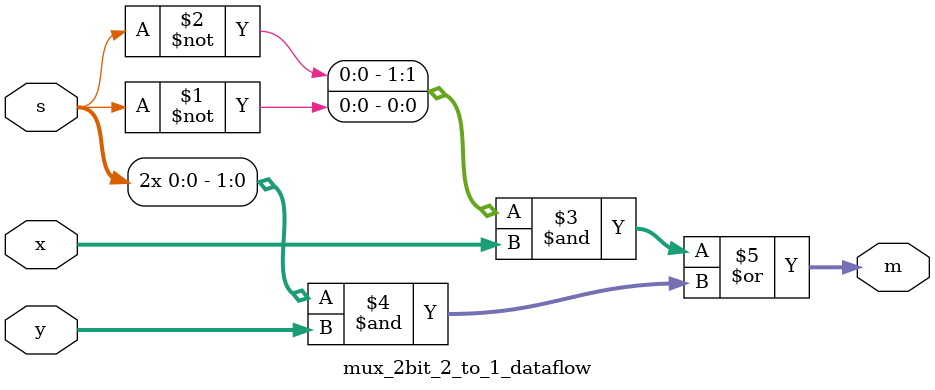
<source format=v>
`timescale 1ns / 1ps


module mux_2bit_2_to_1_dataflow(
    input [1:0] x,
    input [1:0] y,
    input s,
    output [1:0] m
    );
	assign #3 m = ( {~s,~s} & x ) | ( {s,s} & y );
endmodule

</source>
